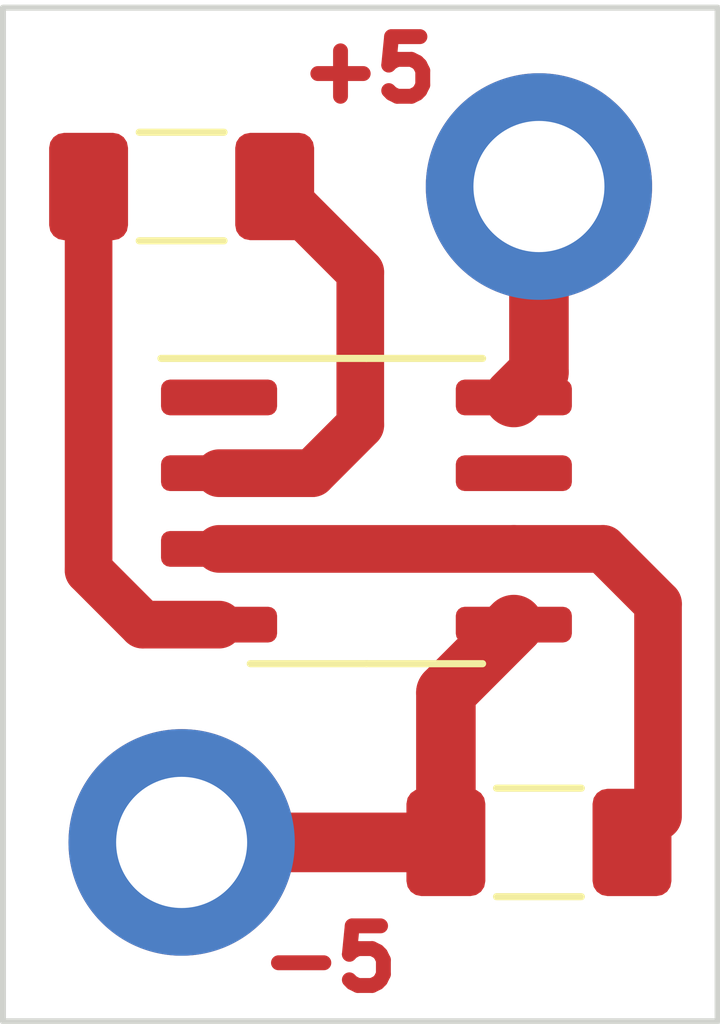
<source format=kicad_pcb>
(kicad_pcb (version 20240108) (generator "pcbnew") (generator_version "8.0")
  (layers (0 "F.Cu" signal) (31 "B.Cu" signal) (34 "B.Paste" user) (35 "F.Paste" user) (36 "B.SilkS" user "B.Silkscreen") (37 "F.SilkS" user "F.Silkscreen") (38 "B.Mask" user) (39 "F.Mask" user) (44 "Edge.Cuts" user))
  (net 0 "")
  (net 1 "Net-(U1-VOUT2)")
  (net 2 "Net-(U1-GND)")
  (net 3 "GND")
  (net 4 "-5V")
  (net 5 "+5V")
  (footprint "Capacitor_SMD:C_1206_3216Metric_Pad1.33x1.80mm_HandSolder" (layer "F.Cu") (at 144 81 180)
    (property "Reference" "C1" (hide yes))
    (property "Value" "150uF" (hide yes))
    (fp_line (start -0.711252 0.91) (end 0.711252 0.91) (stroke (width 0.12)) (layer "F.SilkS"))
    (fp_line (start -0.711252 -0.91) (end 0.711252 -0.91) (stroke (width 0.12)) (layer "F.SilkS"))
    (pad "1" smd roundrect (at -1.5625 0 180) (size 1.325 1.8) (layers "F.Cu" "F.Paste" "F.Mask") (roundrect_rratio 0.1886792453) (net 1 "Net-(U1-VOUT2)"))
    (pad "2" smd roundrect (at 1.5625 0 180) (size 1.325 1.8) (layers "F.Cu" "F.Paste" "F.Mask") (roundrect_rratio 0.1886792453) (net 2 "Net-(U1-GND)"))
  )
  (footprint "MountingHole:MountingHole_2.2mm_M2_DIN965_Pad" (layer "F.Cu") (at 150 81)
    (property "Reference" "H2" (hide yes))
    (property "Value" "~" (hide yes))
    (pad "1" thru_hole circle (at 0 0) (size 3.8 3.8) (drill 2.2) (layers "*.Cu" "*.Mask") (net 5 "+5V"))
  )
  (footprint "Package_SO:SOIC-8_3.9x4.9mm_P1.27mm" (layer "F.Cu") (at 147.1034 86.4425)
    (property "Reference" "U1" (hide yes))
    (property "Value" "MAX660" (hide yes))
    (fp_line (start 0 -2.56) (end -3.45 -2.56) (stroke (width 0.12)) (layer "F.SilkS"))
    (fp_line (start 0 -2.56) (end 1.95 -2.56) (stroke (width 0.12)) (layer "F.SilkS"))
    (fp_line (start 0 2.56) (end -1.95 2.56) (stroke (width 0.12)) (layer "F.SilkS"))
    (fp_line (start 0 2.56) (end 1.95 2.56) (stroke (width 0.12)) (layer "F.SilkS"))
    (pad "1" smd roundrect (at -2.475 -1.905) (size 1.95 0.6) (layers "F.Cu" "F.Paste" "F.Mask"))
    (pad "2" smd roundrect (at -2.475 -0.635) (size 1.95 0.6) (layers "F.Cu" "F.Paste" "F.Mask") (net 1 "Net-(U1-VOUT2)"))
    (pad "3" smd roundrect (at -2.475 0.635) (size 1.95 0.6) (layers "F.Cu" "F.Paste" "F.Mask") (net 3 "GND"))
    (pad "4" smd roundrect (at -2.475 1.905) (size 1.95 0.6) (layers "F.Cu" "F.Paste" "F.Mask") (net 2 "Net-(U1-GND)"))
    (pad "5" smd roundrect (at 2.475 1.905) (size 1.95 0.6) (layers "F.Cu" "F.Paste" "F.Mask") (net 4 "-5V"))
    (pad "6" smd roundrect (at 2.475 0.635) (size 1.95 0.6) (layers "F.Cu" "F.Paste" "F.Mask") (net 3 "GND"))
    (pad "7" smd roundrect (at 2.475 -0.635) (size 1.95 0.6) (layers "F.Cu" "F.Paste" "F.Mask"))
    (pad "8" smd roundrect (at 2.475 -1.905) (size 1.95 0.6) (layers "F.Cu" "F.Paste" "F.Mask") (net 5 "+5V"))
  )
  (footprint "Capacitor_SMD:C_1206_3216Metric_Pad1.33x1.80mm_HandSolder" (layer "F.Cu") (at 150 92 180)
    (property "Reference" "C2" (hide yes))
    (property "Value" "150uF" (hide yes))
    (fp_line (start -0.711252 0.91) (end 0.711252 0.91) (stroke (width 0.12)) (layer "F.SilkS"))
    (fp_line (start -0.711252 -0.91) (end 0.711252 -0.91) (stroke (width 0.12)) (layer "F.SilkS"))
    (pad "1" smd roundrect (at -1.5625 0 180) (size 1.325 1.8) (layers "F.Cu" "F.Paste" "F.Mask") (roundrect_rratio 0.1886792453) (net 3 "GND"))
    (pad "2" smd roundrect (at 1.5625 0 180) (size 1.325 1.8) (layers "F.Cu" "F.Paste" "F.Mask") (roundrect_rratio 0.1886792453) (net 4 "-5V"))
  )
  (footprint "MountingHole:MountingHole_2.2mm_M2_DIN965_Pad" (layer "F.Cu") (at 144 92)
    (property "Reference" "H1" (hide yes))
    (property "Value" "~" (hide yes))
    (pad "1" thru_hole circle (at 0 0) (size 3.8 3.8) (drill 2.2) (layers "*.Cu" "*.Mask") (net 4 "-5V"))
  )
  (gr_rect (start 141 78) (end 153 95) (stroke (width 0.1)) (fill none) (layer "Edge.Cuts"))
  (gr_text "+5" (at 145.884627 79.621867 0) (layer "F.Cu") (effects (font (size 1 1) (thickness 0.25) (bold yes)) (justify left bottom)))
  (gr_text "-5" (at 145.223665 94.534815 0) (layer "F.Cu") (effects (font (size 1 1) (thickness 0.25) (bold yes)) (justify left bottom)))
  (segment (start 145.5625 81) (end 147 82.4375) (width 0.8) (layer "F.Cu") (net 1))
  (segment (start 147 85) (end 146.1925 85.8075) (width 0.8) (layer "F.Cu") (net 1))
  (segment (start 146.1925 85.8075) (end 144.6284 85.8075) (width 0.8) (layer "F.Cu") (net 1))
  (segment (start 147 82.4375) (end 147 85) (width 0.8) (layer "F.Cu") (net 1))
  (segment (start 142.4375 81) (end 142.4375 87.4375) (width 0.8) (layer "F.Cu") (net 2))
  (segment (start 142.4375 87.4375) (end 143.3475 88.3475) (width 0.8) (layer "F.Cu") (net 2))
  (segment (start 143.3475 88.3475) (end 144.6284 88.3475) (width 0.8) (layer "F.Cu") (net 2))
  (segment (start 149.5784 87.0775) (end 151.0775 87.0775) (width 0.8) (layer "F.Cu") (net 3))
  (segment (start 152 91.5625) (end 151.5625 92) (width 0.5) (layer "F.Cu") (net 3))
  (segment (start 151.0775 87.0775) (end 152 88) (width 0.8) (layer "F.Cu") (net 3))
  (segment (start 152 88) (end 152 91.5625) (width 0.8) (layer "F.Cu") (net 3))
  (segment (start 149.5784 87.0775) (end 144.6284 87.0775) (width 0.8) (layer "F.Cu") (net 3))
  (segment (start 148.4375 92) (end 148.4375 89.4884) (width 1) (layer "F.Cu") (net 4))
  (segment (start 148.4375 89.4884) (end 149.5784 88.3475) (width 1) (layer "F.Cu") (net 4))
  (segment (start 144 92) (end 148.4375 92) (width 1) (layer "F.Cu") (net 4))
  (segment (start 150 81) (end 150 84.1159) (width 1) (layer "F.Cu") (net 5))
  (segment (start 150 84.1159) (end 149.5784 84.5375) (width 1) (layer "F.Cu") (net 5))
)
</source>
